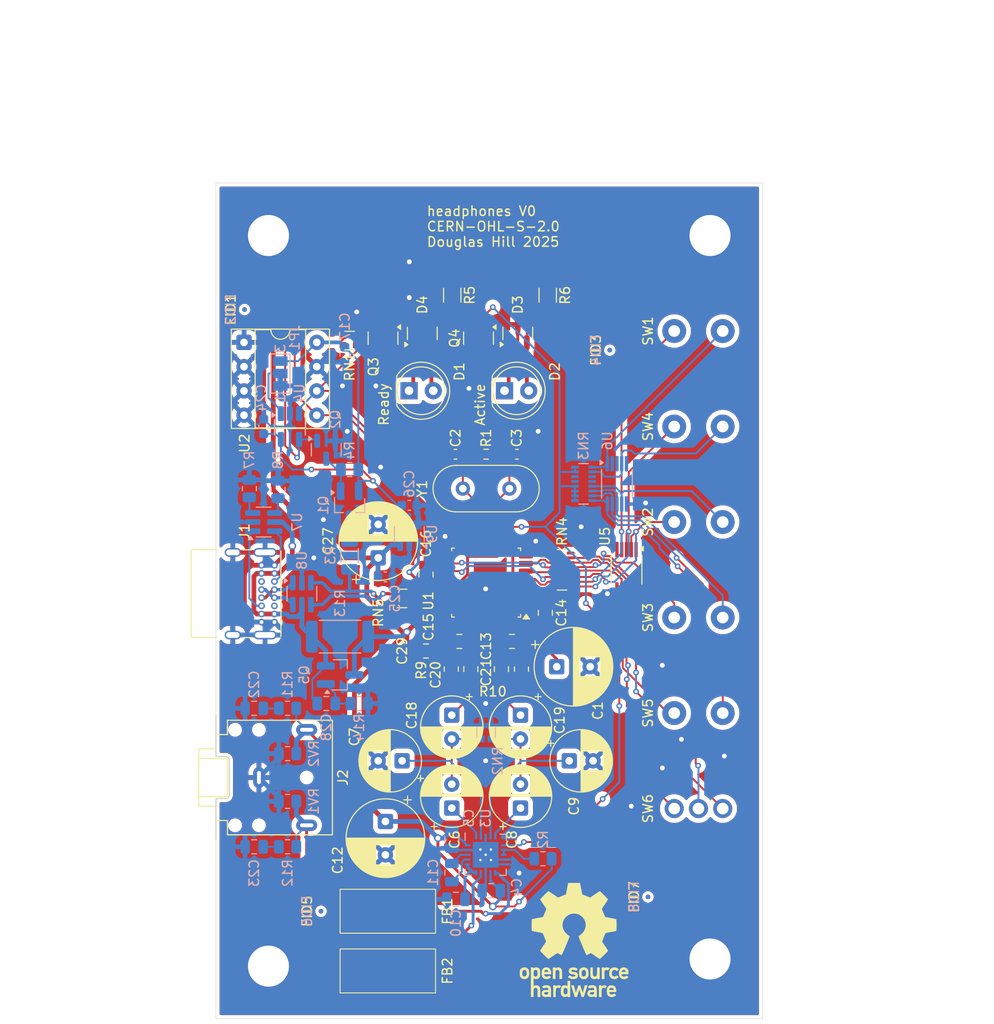
<source format=kicad_pcb>
(kicad_pcb
	(version 20241229)
	(generator "pcbnew")
	(generator_version "9.0")
	(general
		(thickness 1.6256)
		(legacy_teardrops no)
	)
	(paper "A4")
	(layers
		(0 "F.Cu" signal)
		(2 "B.Cu" signal)
		(9 "F.Adhes" user "F.Adhesive")
		(11 "B.Adhes" user "B.Adhesive")
		(13 "F.Paste" user)
		(15 "B.Paste" user)
		(5 "F.SilkS" user "F.Silkscreen")
		(7 "B.SilkS" user "B.Silkscreen")
		(1 "F.Mask" user)
		(3 "B.Mask" user)
		(17 "Dwgs.User" user "User.Drawings")
		(19 "Cmts.User" user "User.Comments")
		(21 "Eco1.User" user "User.Eco1")
		(23 "Eco2.User" user "User.Eco2")
		(25 "Edge.Cuts" user)
		(27 "Margin" user)
		(31 "F.CrtYd" user "F.Courtyard")
		(29 "B.CrtYd" user "B.Courtyard")
		(35 "F.Fab" user)
		(33 "B.Fab" user)
		(39 "User.1" user)
		(41 "User.2" user)
		(43 "User.3" user)
		(45 "User.4" user)
	)
	(setup
		(stackup
			(layer "F.SilkS"
				(type "Top Silk Screen")
				(color "White")
			)
			(layer "F.Paste"
				(type "Top Solder Paste")
			)
			(layer "F.Mask"
				(type "Top Solder Mask")
				(color "Purple")
				(thickness 0.0152)
			)
			(layer "F.Cu"
				(type "copper")
				(thickness 0.0356)
			)
			(layer "dielectric 1"
				(type "core")
				(color "FR4 natural")
				(thickness 1.524)
				(material "FR4")
				(epsilon_r 4.5)
				(loss_tangent 0.02)
			)
			(layer "B.Cu"
				(type "copper")
				(thickness 0.0356)
			)
			(layer "B.Mask"
				(type "Bottom Solder Mask")
				(color "Purple")
				(thickness 0.0152)
			)
			(layer "B.Paste"
				(type "Bottom Solder Paste")
			)
			(layer "B.SilkS"
				(type "Bottom Silk Screen")
				(color "White")
			)
			(copper_finish "ENIG")
			(dielectric_constraints no)
		)
		(pad_to_mask_clearance 0.0508)
		(allow_soldermask_bridges_in_footprints no)
		(tenting front back)
		(pcbplotparams
			(layerselection 0x00000000_00000000_55555555_5755f5ff)
			(plot_on_all_layers_selection 0x00000000_00000000_00000000_00000000)
			(disableapertmacros no)
			(usegerberextensions no)
			(usegerberattributes yes)
			(usegerberadvancedattributes yes)
			(creategerberjobfile yes)
			(dashed_line_dash_ratio 12.000000)
			(dashed_line_gap_ratio 3.000000)
			(svgprecision 4)
			(plotframeref no)
			(mode 1)
			(useauxorigin no)
			(hpglpennumber 1)
			(hpglpenspeed 20)
			(hpglpendiameter 15.000000)
			(pdf_front_fp_property_popups yes)
			(pdf_back_fp_property_popups yes)
			(pdf_metadata yes)
			(pdf_single_document no)
			(dxfpolygonmode yes)
			(dxfimperialunits yes)
			(dxfusepcbnewfont yes)
			(psnegative no)
			(psa4output no)
			(plot_black_and_white yes)
			(sketchpadsonfab no)
			(plotpadnumbers no)
			(hidednponfab no)
			(sketchdnponfab yes)
			(crossoutdnponfab yes)
			(subtractmaskfromsilk no)
			(outputformat 1)
			(mirror no)
			(drillshape 1)
			(scaleselection 1)
			(outputdirectory "")
		)
	)
	(net 0 "")
	(net 1 "GND")
	(net 2 "VBUS")
	(net 3 "/Amplifier/LEFTINM")
	(net 4 "/Amplifier/RIGHTINM")
	(net 5 "DSP_VDD")
	(net 6 "VDD")
	(net 7 "Net-(C20-Pad2)")
	(net 8 "Net-(C21-Pad2)")
	(net 9 "Net-(C22-Pad1)")
	(net 10 "Net-(C23-Pad1)")
	(net 11 "/USB/Ilim_Q_gate")
	(net 12 "/USB/VBUS_raw")
	(net 13 "/Output/RIGHT_out")
	(net 14 "/Amplifier/HPRIGHT")
	(net 15 "/Output/LEFT_out")
	(net 16 "/Amplifier/HPLEFT")
	(net 17 "unconnected-(J1-SBU2-PadB8)")
	(net 18 "/USB/D-_raw")
	(net 19 "/USB/D+_raw")
	(net 20 "/USB/CC1_raw")
	(net 21 "/USB/CC2_raw")
	(net 22 "unconnected-(J1-SBU1-PadA8)")
	(net 23 "Net-(U3-TEST1)")
	(net 24 "D+")
	(net 25 "/USB/CC2")
	(net 26 "/USB/CC1")
	(net 27 "/Buttons/STOP_Pull")
	(net 28 "~{SUSPEND}")
	(net 29 "/Buttons/MUTE_Pull")
	(net 30 "/Buttons/NEXT_Pull")
	(net 31 "/Buttons/VOLUME_Pull")
	(net 32 "/Buttons/PLAY{slash}PAUSE_Pull")
	(net 33 "/Buttons/PREVIOUS_Pull")
	(net 34 "VOLUME+")
	(net 35 "/Buttons/PLAY{slash}PAUSE_Sense")
	(net 36 "/Buttons/STOP_Sense")
	(net 37 "/Buttons/VOLUME-_Sense")
	(net 38 "/Buttons/MUTE_Sense")
	(net 39 "NEXT")
	(net 40 "STOP")
	(net 41 "PREVIOUS")
	(net 42 "unconnected-(RN4H-R8.2-Pad9)")
	(net 43 "/Buttons/VOLUME+_Sense")
	(net 44 "/Buttons/NEXT_Sense")
	(net 45 "PLAY{slash}PAUSE")
	(net 46 "unconnected-(RN4H-R8.1-Pad8)")
	(net 47 "/Buttons/PREVIOUS_Sense")
	(net 48 "VOLUME-")
	(net 49 "MUTE")
	(net 50 "D-")
	(net 51 "unconnected-(U1-DOUT-Pad17)")
	(net 52 "unconnected-(U5H-I{slash}O-Pad10)")
	(net 53 "unconnected-(U5A-NC-Pad5)")
	(net 54 "unconnected-(U6A-NC-Pad5)")
	(net 55 "/Smarts/pullup_D+_high")
	(net 56 "/Smarts/D+_term")
	(net 57 "/Smarts/D-_term")
	(net 58 "/Smarts/V_{COM}")
	(net 59 "/Smarts/XTO")
	(net 60 "/Smarts/XTI")
	(net 61 "/Smarts/V_{OUT}L_{raw}")
	(net 62 "/Smarts/V_{OUT}R_{raw}")
	(net 63 "/Smarts/Ready_{A}")
	(net 64 "/Smarts/Ready_{K}")
	(net 65 "/Smarts/Active_{A}")
	(net 66 "/Smarts/Active_{K}")
	(net 67 "/Smarts/Startup_timer_select")
	(net 68 "/Smarts/SCL")
	(net 69 "/Smarts/SDA")
	(net 70 "/Smarts/RESET")
	(net 71 "/Smarts/V_{CCR}")
	(net 72 "/Smarts/V_{CCP}")
	(net 73 "/Smarts/V_{CCL}")
	(net 74 "/Amplifier/LEFTINM_dec")
	(net 75 "/Amplifier/LEFTINP_dec")
	(net 76 "/Amplifier/RIGHTINM_dec")
	(net 77 "/Amplifier/RIGHTINP_dec")
	(net 78 "/Amplifier/CPV_{SS}")
	(net 79 "/Amplifier/CP_{N}")
	(net 80 "/Amplifier/CP_{P}")
	(net 81 "/Smarts/~{RESET}")
	(net 82 "unconnected-(RN3C-R3.1-Pad3)")
	(net 83 "unconnected-(RN3C-R3.2-Pad14)")
	(net 84 "unconnected-(RN3D-R4.1-Pad4)")
	(net 85 "unconnected-(RN3D-R4.2-Pad13)")
	(net 86 "unconnected-(U6C-I{slash}O-Pad3)")
	(net 87 "unconnected-(U6B-I{slash}O-Pad2)")
	(footprint "Capacitor_SMD:C_0805_2012Metric" (layer "F.Cu") (at 91.5 89.5 180))
	(footprint "Resistor_SMD:R_Array_Convex_8x0602" (layer "F.Cu") (at 102.25 82 180))
	(footprint "Capacitor_THT:CP_Radial_D6.3mm_P2.50mm" (layer "F.Cu") (at 90.7 106.95 90))
	(footprint "Crystal:Crystal_HC49-U_Vertical" (layer "F.Cu") (at 91.86 73.5))
	(footprint "Capacitor_THT:CP_Radial_D6.3mm_P2.50mm" (layer "F.Cu") (at 103 102))
	(footprint "headphones parts:Switch_TH_SPST_E-Switch-800-M2" (layer "F.Cu") (at 116.54 87))
	(footprint "Package_DIP:DIP-8_W7.62mm_Socket" (layer "F.Cu") (at 68.94 58.19))
	(footprint "Capacitor_THT:CP_Radial_D6.3mm_P2.50mm" (layer "F.Cu") (at 90.7 97.217621 -90))
	(footprint "headphones parts:Switch_TH_SPST_E-Switch-800-M2" (layer "F.Cu") (at 116.54 77))
	(footprint "Capacitor_THT:CP_Radial_D8.0mm_P3.50mm" (layer "F.Cu") (at 83.75 108.347349 -90))
	(footprint "Capacitor_THT:CP_Radial_D8.0mm_P3.50mm" (layer "F.Cu") (at 101.697349 92.15))
	(footprint "Capacitor_THT:CP_Radial_D8.0mm_P3.50mm"
		(layer "F.Cu")
		(uuid "4ae542e4-ad56-4735-9c37-996c19c805b7")
		(at 83 80.75 90)
		(descr "CP, Radial series, Radial, pin pitch=3.50mm, diameter=8mm, height=12mm, Electrolytic Capacitor")
		(tags "CP Radial series Radial pin pitch 3.50mm diameter 8mm height 12mm Electrolytic Capacitor")
		(property "Reference" "C27"
			(at 1.75 -5.25 90)
			(layer "F.SilkS")
			(uuid "3c55e5f2-7fe3-4d49-812b-4fb93cb3bdb5")
			(effects
				(font
					(size 1 1)
					(thickness 0.15)
				)
			)
		)
		(property "Value" "10 µF"
			(at 1.75 5.25 90)
			(layer "F.Fab")
			(uuid "0005d817-cc45-4ede-bc81-dcc4bed545c8")
			(effects
				(font
					(size 1 1)
					(thickness 0.15)
				)
			)
		)
		(property "Datasheet" "~"
			(at 0 0 90)
			(layer "F.Fab")
			(hide yes)
			(uuid "ed3e97fc-5d52-4927-b6c8-c95f89cb7de6")
			(effects
				(font
					(size 1.27 1.27)
					(thickness 0.15)
				)
			)
		)
		(property "Description" "Polarized capacitor, small symbol"
			(at 0 0 90)
			(layer "F.Fab")
			(hide yes)
			(uuid "9fb7cda8-25cc-4fea-b129-c3133933749c")
			(effects
				(font
					(size 1.27 1.27)
					(thickness 0.15)
				)
			)
		)
		(property "part" "25SEP10M+TSS"
			(at 0 0 90)
			(unlocked yes)
			(layer "F.Fab")
			(hide yes)
			(uuid "99fc2dea-dc62-44ba-9a97-7337003626d0")
			(effects
				(font
					(size 1 1)
					(thickness 0.15)
				)
			)
		)
		(property "Sim.Enable" ""
			(at 0 0 90)
			(unlocked yes)
			(layer "F.Fab")
			(hide yes)
			(uuid "509a94f2-23ef-4609-bee0-cc51ca937323")
			(effects
				(font
					(size 1 1)
					(thickness 0.15)
				)
			)
		)
		(property "DK PN" "P16393CT-ND"
			(at 0 0 90)
			(unlocked yes)
			(layer "F.Fab")
			(hide yes)
			(uuid "fe85aa4d-01e3-4143-927f-5e7f6be83d3b")
			(effects
				(font
					(size 1 1)
					(thickness 0.15)
				)
			)
		)
		(property "Mfg PN" "25SEP10M+TSS"
			(at 0 0 90)
			(unlocked yes)
			(layer "F.Fab")
			(hide yes)
			(uuid "1c02f01f-4c59-4aec-911e-b6d99dbe42da")
			(effects
				(font
					(size 1 1)
					(thickness 0.15)
				)
			)
		)
		(property ki_fp_filters "CP_*")
		(path "/84872239-9566-4933-9c9c-73c8d4c976c5/812aac0a-b8d1-4b15-a7b6-dfb27b348b73")
		(sheetname "/Power/")
		(sheetfile "Power.kicad_sch")
		(attr through_hole)
		(fp_line
			(start 1.79 -4.08)
			(end 1.79 4.08)
			(stroke
				(width 0.12)
				(type solid)
			)
			(layer "F.SilkS")
			(uuid "7edde6f0-073d-4d6f-8919-ce58119f2765")
		)
		(fp_line
			(start 1.75 -4.08)
			(end 1.75 4.08)
			(stroke
				(width 0.12)
				(type solid)
			)
			(layer "F.SilkS")
			(uuid "83110a9f-e8e9-4715-963c-2d45aacfa111")
		)
		(fp_line
			(start 1.83 -4.079)
			(end 1.83 4.079)
			(stroke
				(width 0.12)
				(type solid)
			)
			(layer "F.SilkS")
			(uuid "4de82367-d9fe-4699-8d6f-6f35e625cf9a")
		)
		(fp_line
			(start 1.87 -4.078)
			(end 1.87 4.078)
			(stroke
				(width 0.12)
				(type solid)
			)
			(layer "F.SilkS")
			(uuid "c779bc82-dbad-4a4e-a65e-f2bd81e4bd32")
		)
		(fp_line
			(start 1.91 -4.077)
			(end 1.91 4.077)
			(stroke
				(width 0.12)
				(type solid)
			)
			(layer "F.SilkS")
			(uuid "56d8d0cf-7bba-4db3-b0c0-88a6ecedf0d2")
		)
		(fp_line
			(start 1.95 -4.075)
			(end 1.95 4.075)
			(stroke
				(width 0.12)
				(type solid)
			)
			(layer "F.SilkS")
			(uuid "6740c368-0d05-4273-8f3e-f18c240f9744")
		)
		(fp_line
			(start 1.99 -4.073)
			(end 1.99 4.073)
			(stroke
				(width 0.12)
				(type solid)
			)
			(layer "F.SilkS")
			(uuid "5663680e-858f-448a-99d5-1ed15e236e5b")
		)
		(fp_line
			(start 2.03 -4.07)
			(end 2.03 4.07)
			(stroke
				(width 0.12)
				(type solid)
			)
			(layer "F.SilkS")
			(uuid "582bc1be-b287-419c-b3bd-3c7dcbe21a99")
		)
		(fp_line
			(start 2.07 -4.068)
			(end 2.07 4.068)
			(stroke
				(width 0.12)
				(type solid)
			)
			(layer "F.SilkS")
			(uuid "b1a45934-bb1f-4494-b93b-7e3466ffb818")
		)
		(fp_line
			(start 2.11 -4.064)
			(end 2.11 4.064)
			(stroke
				(width 0.12)
				(type solid)
			)
			(layer "F.SilkS")
			(uuid "e03da679-8f0f-4579-a68b-8dd088537fd8")
		)
		(fp_line
			(start 2.15 -4.061)
			(end 2.15 4.061)
			(stroke
				(width 0.12)
				(type solid)
			)
			(layer "F.SilkS")
			(uuid "69cda123-91d6-47cc-917f-3462145abcf8")
		)
		(fp_line
			(start 2.19 -4.056)
			(end 2.19 4.056)
			(stroke
				(width 0.12)
				(type solid)
			)
			(layer "F.SilkS")
			(uuid "2979a03d-e92e-4ddf-99b7-ee126d5d5310")
		)
		(fp_line
			(start 2.23 -4.052)
			(end 2.23 4.052)
			(stroke
				(width 0.12)
				(type solid)
			)
			(layer "F.SilkS")
			(uuid "92575e6a-36a4-4ca8-88f6-ef52afdf3112")
		)
		(fp_line
			(start 2.27 -4.047)
			(end 2.27 4.047)
			(stroke
				(width 0.12)
				(type solid)
			)
			(layer "F.SilkS")
			(uuid "beb08ea5-98e8-4884-a862-693950086686")
		)
		(fp_line
			(start 2.31 -4.042)
			(end 2.31 4.042)
			(stroke
				(width 0.12)
				(type solid)
			)
			(layer "F.SilkS")
			(uuid "dc9c678d-3558-4d05-a32e-8ed559d5a4bf")
		)
		(fp_line
			(start 2.35 -4.036)
			(end 2.35 4.036)
			(stroke
				(width 0.12)
				(type solid)
			)
			(layer "F.SilkS")
			(uuid "9415009c-4e91-4ace-b177-ff235f69b8ca")
		)
		(fp_line
			(start 2.39 -4.03)
			(end 2.39 4.03)
			(stroke
				(width 0.12)
				(type solid)
			)
			(layer "F.SilkS")
			(uuid "3a55889b-d9af-4a86-9eb3-7a5021a8b270")
		)
		(fp_line
			(start 2.43 -4.023)
			(end 2.43 4.023)
			(stroke
				(width 0.12)
				(type solid)
			)
			(layer "F.SilkS")
			(uuid "068f960c-fea8-4d09-8f29-9b71affe9b40")
		)
		(fp_line
			(start 2.47 -4.017)
			(end 2.47 -1.04)
			(stroke
				(width 0.12)
				(type solid)
			)
			(layer "F.SilkS")
			(uuid "710d5d26-8b49-4577-ba07-98da1892876b")
		)
		(fp_line
			(start 2.51 -4.009)
			(end 2.51 -1.04)
			(stroke
				(width 0.12)
				(type solid)
			)
			(layer "F.SilkS")
			(uuid "f8ccd338-e6bb-436f-b0a5-92d04e67c76f")
		)
		(fp_line
			(start 2.55 -4.002)
			(end 2.55 -1.04)
			(stroke
				(width 0.12)
				(type solid)
			)
			(layer "F.SilkS")
			(uuid "e9cd2263-b1e9-41bf-a5f3-0b63f548efa3")
		)
		(fp_line
			(start 2.59 -3.993)
			(end 2.59 -1.04)
			(stroke
				(width 0.12)
				(type solid)
			)
			(layer "F.SilkS")
			(uuid "ff3899c1-799f-49a8-af7b-4183b49b98ca")
		)
		(fp_line
			(start 2.63 -3.985)
			(end 2.63 -1.04)
			(stroke
				(width 0.12)
				(type solid)
			)
			(layer "F.SilkS")
			(uuid "d556fb14-71ac-460e-a41d-30a409456a63")
		)
		(fp_line
			(start 2.67 -3.976)
			(end 2.67 -1.04)
			(stroke
				(width 0.12)
				(type solid)
			)
			(layer "F.SilkS")
			(uuid "01a5c2e1-ea1d-4a51-9ad2-cf1f19f98732")
		)
		(fp_line
			(start 2.71 -3.967)
			(end 2.71 -1.04)
			(stroke
				(width 0.12)
				(type solid)
			)
			(layer "F.SilkS")
			(uuid "9b89c75f-f703-4758-b51f-a4932327f495")
		)
		(fp_line
			(start 2.75 -3.957)
			(end 2.75 -1.04)
			(stroke
				(width 0.12)
				(type solid)
			)
			(layer "F.SilkS")
			(uuid "83a47838-a5dd-4f33-808d-3fdb5cee818f")
		)
		(fp_line
			(start 2.79 -3.947)
			(end 2.79 -1.04)
			(stroke
				(width 0.12)
				(type solid)
			)
			(layer "F.SilkS")
			(uuid "7ce92890-7a4c-4f10-884c-b7d2d77ac3aa")
		)
		(fp_line
			(start 2.83 -3.936)
			(end 2.83 -1.04)
			(stroke
				(width 0.12)
				(type solid)
			)
			(layer "F.SilkS")
			(uuid "9ed2d62b-bcb0-4d05-822f-ac5a0f782b0b")
		)
		(fp_line
			(start 2.87 -3.925)
			(end 2.87 -1.04)
			(stroke
				(width 0.12)
				(type solid)
			)
			(layer "F.SilkS")
			(uuid "2445dd6a-54eb-4385-936f-db6d27470c18")
		)
		(fp_line
			(start 2.91 -3.913)
			(end 2.91 -1.04)
			(stroke
				(width 0.12)
				(type solid)
			)
			(layer "F.SilkS")
			(uuid "05a015a1-d0a6-4787-b726-604e577c0778")
		)
		(fp_line
			(start 2.95 -3.901)
			(end 2.95 -1.04)
			(stroke
				(width 0.12)
				(type solid)
			)
			(layer "F.SilkS")
			(uuid "caaf24de-b2a4-44b1-b692-146a4593cfc0")
		)
		(fp_line
			(start 2.99 -3.889)
			(end 2.99 -1.04)
			(stroke
				(width 0.12)
				(type solid)
			)
			(layer "F.SilkS")
			(uuid "84b1dbd5-6a9a-4899-84a3-22cdb305200b")
		)
		(fp_line
			(start 3.03 -3.876)
			(end 3.03 -1.04)
			(stroke
				(width 0.12)
				(type solid)
			)
			(layer "F.SilkS")
			(uuid "9bca27cd-fa49-4361-9e1b-43ddc310f203")
		)
		(fp_line
			(start 3.07 -3.863)
			(end 3.07 -1.04)
			(stroke
				(width 0.12)
				(type solid)
			)
			(layer "F.SilkS")
			(uuid "ddf9eddc-7f0e-4f61-a0ea-bb8f18a30925")
		)
		(fp_line
			(start 3.11 -3.849)
			(end 3.11 -1.04)
			(stroke
				(width 0.12)
				(type solid)
			)
			(layer "F.SilkS")
			(uuid "af6db42d-b903-4195-8c8f-a31eaad0cb52")
		)
		(fp_line
			(start 3.15 -3.835)
			(end 3.15 -1.04)
			(stroke
				(width 0.12)
				(type solid)
			)
			(layer "F.SilkS")
			(uuid "df55613a-dbac-4c50-b72c-b5239d23fe39")
		)
		(fp_line
			(start 3.19 -3.82)
			(end 3.19 -1.04)
			(stroke
				(width 0.12)
				(type solid)
			)
			(layer "F.SilkS")
			(uuid "f5851cf3-e544-4f4a-9837-706d2b0c2e8c")
		)
		(fp_line
			(start 3.23 -3.805)
			(end 3.23 -1.04)
			(stroke
				(width 0.12)
				(type solid)
			)
			(layer "F.SilkS")
			(uuid "15f2bded-461c-41d6-bab5-7250fea57051")
		)
		(fp_line
			(start 3.27 -3.789)
			(end 3.27 -1.04)
			(stroke
				(width 0.12)
				(type solid)
			)
			(layer "F.SilkS")
			(uuid "a1530c5e-c754-4aa1-a08a-860cf5858946")
		)
		(fp_line
			(start 3.31 -3.773)
			(end 3.31 -1.04)
			(stroke
				(width 0.12)
				(type solid)
			)
			(layer "F.SilkS")
			(uuid "8be80e2a-667d-4fea-856e-8ce1dd825846")
		)
		(fp_line
			(start 3.35 -3.757)
			(end 3.35 -1.04)
			(stroke
				(width 0.12)
				(type solid)
			)
			(layer "F.SilkS")
			(uuid "463bbdf0-ca37-45d4-8a5a-ca31b87acdef")
		)
		(fp_line
			(start 3.39 -3.74)
			(end 3.39 -1.04)
			(stroke
				(width 0.12)
				(type solid)
			)
			(layer "F.SilkS")
			(uuid "c83b18ee-fc63-4afc-80cc-cd15d79a9e55")
		)
		(fp_line
			(start 3.43 -3.722)
			(end 3.43 -1.04)
			(stroke
				(width 0.12)
				(type solid)
			)
			(layer "F.SilkS")
			(uuid "cc8ea80a-4485-4283-b54e-0716774a5c55")
		)
		(fp_line
			(start 3.47 -3.704)
			(end 3.47 -1.04)
			(stroke
				(width 0.12)
				(type solid)
			)
			(layer "F.SilkS")
			(uuid "524907be-79b7-4f05-8560-62d742aef158")
		)
		(fp_line
			(start 3.51 -3.685)
			(end 3.51 -1.04)
			(stroke
				(width 0.12)
				(type solid)
			)
			(layer "F.SilkS")
			(uuid "f9d209ed-6ca9-4e97-988b-210d42086883")
		)
		(fp_line
			(start 3.55 -3.666)
			(end 3.55 -1.04)
			(stroke
				(width 0.12)
				(type solid)
			)
			(layer "F.SilkS")
			(uuid "d7430559-2a4e-436a-a7ba-2eb893242967")
		)
		(fp_line
			(start 3.59 -3.646)
			(end 3.59 -1.04)
			(stroke
				(width 0.12)
				(type solid)
			)
			(layer "F.SilkS")
			(uuid "b4e0e074-8061-4b08-acaa-c8f69800cf17")
		)
		(fp_line
			(start 3.63 -3.626)
			(end 3.63 -1.04)
			(stroke
				(width 0.12)
				(type solid)
			)
			(layer "F.SilkS")
			(uuid "a4d0a8be-d31c-41d6-8192-b4000ce9829c")
		)
		(fp_line
			(start 3.67 -3.605)
			(end 3.67 -1.04)
			(stroke
				(width 0.12)
				(type solid)
			)
			(layer "F.SilkS")
			(uuid "617d4ccb-7a9e-4b3f-a1ff-19b4a2522867")
		)
		(fp_line
			(start 3.71 -3.584)
			(end 3.71 -1.04)
			(stroke
				(width 0.12)
				(type solid)
			)
			(layer "F.SilkS")
			(uuid "6421bff8-b138-4905-90d2-160187499b33")
		)
		(fp_line
			(start 3.75 -3.562)
			(end 3.75 -1.04)
			(stroke
				(width 0.12)
				(type solid)
			)
			(layer "F.SilkS")
			(uuid "47fa7597-dc3f-4a4a-840f-917da0783e69")
		)
		(fp_line
			(start 3.79 -3.539)
			(end 3.79 -1.04)
			(stroke
				(width 0.12)
				(type solid)
			)
			(layer "F.SilkS")
			(uuid "1e8e1247-60a9-4a3f-9be6-3146d67b385c")
		)
		(fp_line
			(start 3.83 -3.516)
			(end 3.83 -1.04)
			(stroke
				(width 0.12)
				(type solid)
			)
			(layer "F.SilkS")
			(uuid "937bb8e3-18fe-4d3c-aea8-94e9b7cab452")
		)
		(fp_line
			(start 3.87 -3.493)
			(end 3.87 -1.04)
			(stroke
				(width 0.12)
				(type solid)
			)
			(layer "F.SilkS")
			(uuid "927707f2-0339-4339-97b0-4bc4fdb330fe")
		)
		(fp_line
			(start 3.91 -3.468)
			(end 3.91 -1.04)
			(stroke
				(width 0.12)
				(type solid)
			)
			(layer "F.SilkS")
			(uuid "dc09ef0c-f710-4fdd-8d3f-cedfba757ae9")
		)
		(fp_line
			(start 3.95 -3.443)
			(end 3.95 -1.04)
			(stroke
				(width 0.12)
				(type solid)
			)
			(layer "F.SilkS")
			(uuid "96cfb12d-47c1-4b74-9c14-7e2076190a96")
		)
		(fp_line
			(start 3.99 -3.418)
			(end 3.99 -1.04)
			(stroke
				(width 0.12)
				(type solid)
			)
			(layer "F.SilkS")
			(uuid "13a55df1-756f-4b1f-a4c5-2d8ee2a7ce88")
		)
		(fp_line
			(start 4.03 -3.392)
			(end 4.03 -1.04)
			(stroke
				(width 0.12)
				(type solid)
			)
			(layer "F.SilkS")
			(uuid "87e68956-d51e-47b0-879d-cdc46fa48fc9")
		)
		(fp_line
			(start 4.07 -3.365)
			(end 4.07 -1.04)
			(stroke
				(width 0.12)
				(type solid)
			)
			(layer "F.SilkS")
			(uuid "9e8ff105-5fc2-4d1b-824c-68e5bd79ac7c")
		)
		(fp_line
			(start 4.11 -3.337)
			(end 4.11 -1.04)
			(stroke
				(width 0.12)
				(type solid)
			)
			(layer "F.SilkS")
			(uuid "fff12db6-ab38-4136-8dcb-d05a90ea6d55")
		)
		(fp_line
			(start 4.15 -3.309)
			(end 4.15 -1.04)
			(stroke
				(width 0.12)
				(type solid)
			)
			(layer "F.SilkS")
			(uuid "74402515-0c42-4f5e-8ffe-93b2567f3ea8")
		)
		(fp_line
			(start 4.19 -3.28)
			(end 4.19 -1.04)
			(stroke
				(width 0.12)
				(type solid)
			)
			(layer "F.SilkS")
			(uuid "661f24c2-d94b-4011-830d-f830745b05ec")
		)
		(fp_line
			(start 4.23 -3.25)
			(end 4.23 -1.04)
			(stroke
				(width 0.12)
				(type solid)
			)
			(layer "F.SilkS")
			(uuid "f929e34d-1d5c-4e77-9735-63c99afed211")
		)
		(fp_line
			(start 4.27 -3.219)
			(end 4.27 -1.04)
			(stroke
				(width 0.12)
				(type solid)
			)
			(layer "F.SilkS")
			(uuid "5851a38f-1623-4709-83b5-24abf9095fef")
		)
		(fp_line
			(start 4.31 -3.188)
			(end 4.31 -1.04)
			(stroke
				(width 0.12)
				(type solid)
			)
			(layer "F.SilkS")
			(uuid "9295554e-7a17-4a60-9baf-6a3755fa4fd2")
		)
		(fp_line
			(start 4.35 -3.156)
			(end 4.35 -1.04)
			(stroke
				(width 0.12)
				(type solid)
			)
			(layer "F.SilkS")
			(uuid "72ff06ae-3622-4746-adb8-fdeda42c7de7")
		)
		(fp_line
			(start 4.39 -3.123)
			(end 4.39 -1.04)
			(stroke
				(width 0.12)
				(type solid)
			)
			(layer "F.SilkS")
			(uuid "c6015e0c-b67d-400b-a343-c21c415d5b1a")
		)
		(fp_line
			(start 4.43 -3.089)
			(end 4.43 -1.04)
			(stroke
				(width 0.12)
				(type solid)
			)
			(layer "F.SilkS")
			(uuid "a691b706-026e-4a8b-a6fb-0822b44ab7f8")
		)
		(fp_line
			(start 4.47 -3.055)
			(end 4.47 -1.04)
			(stroke
				(width 0.12)
				(type solid)
			)
			(layer "F.SilkS")
			(uuid "2f2860b1-a9e3-4e43-a7e9-95d9af5b17c5")
		)
		(fp_line
			(start 4.51 -3.019)
			(end 4.51 -1.04)
			(stroke
				(width 0.12)
				(type solid)
			)
			(layer "F.SilkS")
			(uuid "961c7ddc-639b-46dc-b90b-29f6eaa6ae63")
		)
		(fp_line
			(start 4.55 -2.982)
			(end 4.55 2.982)
			(stroke
				(width 0.12)
				(type solid)
			)
			(layer "F.SilkS")
			(uuid "88dd624c-c812-4903-9885-935f89142570")
		)
		(fp_line
			(start 4.59 -2.945)
			(end 4.59 2.945)
			(stroke
				(width 0.12)
				(type solid)
			)
			(layer "F.SilkS")
			(uuid "33e26ad9-a7d2-462b-b6bf-119fd6bf4c19")
		)
		(fp_line
			(start 4.63 -2.906)
			(end 4.63 2.906)
			(stroke
				(width 0.12)
				(type solid)
			)
			(layer "F.SilkS")
			(uuid "56161767-6b84-4f6f-94b6-31f213df9283")
		)
		(fp_line
			
... [1072314 chars truncated]
</source>
